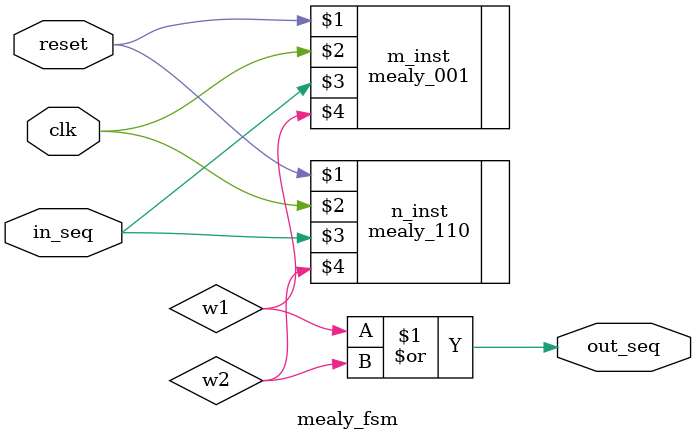
<source format=v>
module mealy_fsm(reset,clk,in_seq,out_seq);
  
input reset;
input clk;
input in_seq;
output out_seq;

wire w1,w2;
mealy_001 m_inst(reset,clk,in_seq,w1);
mealy_110 n_inst(reset,clk,in_seq,w2);
or O1(out_seq,w1,w2);

endmodule


</source>
